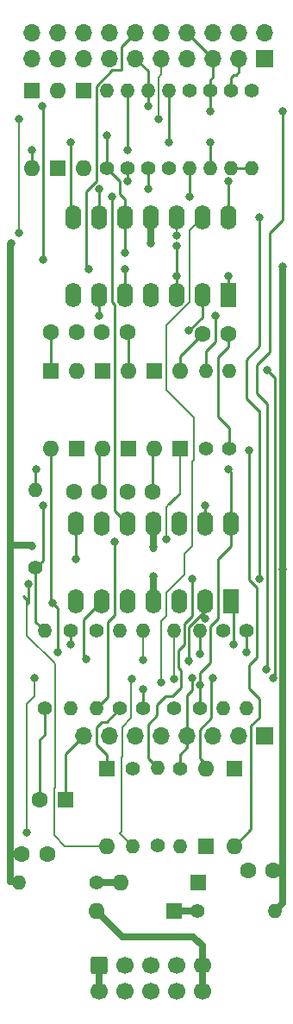
<source format=gtl>
%TF.GenerationSoftware,KiCad,Pcbnew,(6.0.1)*%
%TF.CreationDate,2022-10-31T21:26:11-04:00*%
%TF.ProjectId,ER-VCF-01-DB,45522d56-4346-42d3-9031-2d44422e6b69,rev?*%
%TF.SameCoordinates,Original*%
%TF.FileFunction,Copper,L1,Top*%
%TF.FilePolarity,Positive*%
%FSLAX46Y46*%
G04 Gerber Fmt 4.6, Leading zero omitted, Abs format (unit mm)*
G04 Created by KiCad (PCBNEW (6.0.1)) date 2022-10-31 21:26:11*
%MOMM*%
%LPD*%
G01*
G04 APERTURE LIST*
G04 Aperture macros list*
%AMRoundRect*
0 Rectangle with rounded corners*
0 $1 Rounding radius*
0 $2 $3 $4 $5 $6 $7 $8 $9 X,Y pos of 4 corners*
0 Add a 4 corners polygon primitive as box body*
4,1,4,$2,$3,$4,$5,$6,$7,$8,$9,$2,$3,0*
0 Add four circle primitives for the rounded corners*
1,1,$1+$1,$2,$3*
1,1,$1+$1,$4,$5*
1,1,$1+$1,$6,$7*
1,1,$1+$1,$8,$9*
0 Add four rect primitives between the rounded corners*
20,1,$1+$1,$2,$3,$4,$5,0*
20,1,$1+$1,$4,$5,$6,$7,0*
20,1,$1+$1,$6,$7,$8,$9,0*
20,1,$1+$1,$8,$9,$2,$3,0*%
G04 Aperture macros list end*
%TA.AperFunction,ComponentPad*%
%ADD10C,1.400000*%
%TD*%
%TA.AperFunction,ComponentPad*%
%ADD11O,1.400000X1.400000*%
%TD*%
%TA.AperFunction,ComponentPad*%
%ADD12R,1.600000X1.600000*%
%TD*%
%TA.AperFunction,ComponentPad*%
%ADD13O,1.600000X1.600000*%
%TD*%
%TA.AperFunction,ComponentPad*%
%ADD14C,1.600000*%
%TD*%
%TA.AperFunction,ComponentPad*%
%ADD15RoundRect,0.250000X-0.600000X0.600000X-0.600000X-0.600000X0.600000X-0.600000X0.600000X0.600000X0*%
%TD*%
%TA.AperFunction,ComponentPad*%
%ADD16C,1.700000*%
%TD*%
%TA.AperFunction,ComponentPad*%
%ADD17R,1.700000X1.700000*%
%TD*%
%TA.AperFunction,ComponentPad*%
%ADD18O,1.700000X1.700000*%
%TD*%
%TA.AperFunction,ComponentPad*%
%ADD19R,1.600000X2.400000*%
%TD*%
%TA.AperFunction,ComponentPad*%
%ADD20O,1.600000X2.400000*%
%TD*%
%TA.AperFunction,ViaPad*%
%ADD21C,0.800000*%
%TD*%
%TA.AperFunction,Conductor*%
%ADD22C,0.635000*%
%TD*%
%TA.AperFunction,Conductor*%
%ADD23C,0.254000*%
%TD*%
%TA.AperFunction,Conductor*%
%ADD24C,0.203200*%
%TD*%
G04 APERTURE END LIST*
D10*
%TO.P,R25,1*%
%TO.N,Net-(D14-Pad2)*%
X44958000Y-117856000D03*
D11*
%TO.P,R25,2*%
%TO.N,-12V*%
X37338000Y-117856000D03*
%TD*%
D12*
%TO.P,D14,1,K*%
%TO.N,Net-(J1-Pad1)*%
X54991000Y-117856000D03*
D13*
%TO.P,D14,2,A*%
%TO.N,Net-(D14-Pad2)*%
X47371000Y-117856000D03*
%TD*%
D14*
%TO.P,C6,1*%
%TO.N,GND*%
X40112000Y-115062000D03*
%TO.P,C6,2*%
%TO.N,-12V*%
X37612000Y-115062000D03*
%TD*%
%TO.P,C5,1*%
%TO.N,+12V*%
X62337000Y-116713000D03*
%TO.P,C5,2*%
%TO.N,GND*%
X59837000Y-116713000D03*
%TD*%
D10*
%TO.P,R24,1*%
%TO.N,Net-(D13-Pad1)*%
X54864000Y-120650000D03*
D11*
%TO.P,R24,2*%
%TO.N,+12V*%
X62484000Y-120650000D03*
%TD*%
D12*
%TO.P,D13,1,K*%
%TO.N,Net-(D13-Pad1)*%
X52578000Y-120650000D03*
D13*
%TO.P,D13,2,A*%
%TO.N,Net-(J1-Pad10)*%
X44958000Y-120650000D03*
%TD*%
D10*
%TO.P,R13,1*%
%TO.N,Net-(R14-Pad2)*%
X57404000Y-93190000D03*
D11*
%TO.P,R13,2*%
%TO.N,Net-(R13-Pad2)*%
X57404000Y-100810000D03*
%TD*%
D15*
%TO.P,J1,1,Pin_1*%
%TO.N,Net-(J1-Pad1)*%
X45212000Y-125984000D03*
D16*
%TO.P,J1,2,Pin_2*%
X45212000Y-128524000D03*
%TO.P,J1,3,Pin_3*%
%TO.N,GND*%
X47752000Y-125984000D03*
%TO.P,J1,4,Pin_4*%
X47752000Y-128524000D03*
%TO.P,J1,5,Pin_5*%
X50292000Y-125984000D03*
%TO.P,J1,6,Pin_6*%
X50292000Y-128524000D03*
%TO.P,J1,7,Pin_7*%
X52832000Y-125984000D03*
%TO.P,J1,8,Pin_8*%
X52832000Y-128524000D03*
%TO.P,J1,9,Pin_9*%
%TO.N,Net-(J1-Pad10)*%
X55372000Y-125984000D03*
%TO.P,J1,10,Pin_10*%
X55372000Y-128524000D03*
%TD*%
D10*
%TO.P,R12,1*%
%TO.N,Net-(D9-Pad2)*%
X59690000Y-93190000D03*
D11*
%TO.P,R12,2*%
%TO.N,Net-(R13-Pad2)*%
X59690000Y-100810000D03*
%TD*%
D14*
%TO.P,C11,1*%
%TO.N,Net-(C11-Pad1)*%
X42993996Y-63880009D03*
%TO.P,C11,2*%
%TO.N,Net-(C11-Pad2)*%
X40493996Y-63880009D03*
%TD*%
D10*
%TO.P,R15,1*%
%TO.N,GND*%
X52578000Y-100810000D03*
D11*
%TO.P,R15,2*%
%TO.N,Net-(R23-Pad2)*%
X52578000Y-93190000D03*
%TD*%
D17*
%TO.P,J2,1,Pin_1*%
%TO.N,GND*%
X61500004Y-37000002D03*
D18*
%TO.P,J2,2,Pin_2*%
%TO.N,/POT6-1*%
X61500004Y-34460002D03*
%TO.P,J2,3,Pin_3*%
%TO.N,/POT6-2*%
X58960004Y-37000002D03*
%TO.P,J2,4,Pin_4*%
%TO.N,/POT6-3*%
X58960004Y-34460002D03*
%TO.P,J2,5,Pin_5*%
%TO.N,/J2-T*%
X56420004Y-37000002D03*
%TO.P,J2,6,Pin_6*%
%TO.N,/POT4-2*%
X56420004Y-34460002D03*
%TO.P,J2,7,Pin_7*%
%TO.N,GND*%
X53880004Y-37000002D03*
%TO.P,J2,8,Pin_8*%
%TO.N,/J2-T*%
X53880004Y-34460002D03*
%TO.P,J2,9,Pin_9*%
%TO.N,/POT2-2*%
X51340004Y-37000002D03*
%TO.P,J2,10,Pin_10*%
%TO.N,GND*%
X51340004Y-34460002D03*
%TO.P,J2,11,Pin_11*%
%TO.N,/POT5-1*%
X48800004Y-37000002D03*
%TO.P,J2,12,Pin_12*%
%TO.N,/POT5-2*%
X48800004Y-34460002D03*
%TO.P,J2,13,Pin_13*%
%TO.N,/POT5-3*%
X46260004Y-37000002D03*
%TO.P,J2,14,Pin_14*%
%TO.N,/POT3-1*%
X46260004Y-34460002D03*
%TO.P,J2,15,Pin_15*%
%TO.N,/POT3-2*%
X43720004Y-37000002D03*
%TO.P,J2,16,Pin_16*%
%TO.N,/POT3-3*%
X43720004Y-34460002D03*
%TO.P,J2,17,Pin_17*%
%TO.N,/POT1-1*%
X41180004Y-37000002D03*
%TO.P,J2,18,Pin_18*%
%TO.N,/POT1-2*%
X41180004Y-34460002D03*
%TO.P,J2,19,Pin_19*%
%TO.N,/POT1-3*%
X38640004Y-37000002D03*
%TO.P,J2,20,Pin_20*%
%TO.N,GND*%
X38640004Y-34460002D03*
%TD*%
D12*
%TO.P,D1,1,K*%
%TO.N,Net-(D1-Pad1)*%
X43688000Y-40132000D03*
D13*
%TO.P,D1,2,A*%
%TO.N,Net-(D2-Pad1)*%
X43688000Y-47752000D03*
%TD*%
D10*
%TO.P,R11,1*%
%TO.N,Net-(R20-Pad2)*%
X39000000Y-87000000D03*
D11*
%TO.P,R11,2*%
%TO.N,/AUDIO*%
X39000000Y-79380000D03*
%TD*%
D10*
%TO.P,R4,1*%
%TO.N,/POT4-2*%
X54102000Y-40132000D03*
D11*
%TO.P,R4,2*%
%TO.N,Net-(D3-Pad2)*%
X54102000Y-47752000D03*
%TD*%
D10*
%TO.P,R21,1*%
%TO.N,/J2-T*%
X53158000Y-106690000D03*
D11*
%TO.P,R21,2*%
%TO.N,Net-(R21-Pad2)*%
X53158000Y-114310000D03*
%TD*%
D10*
%TO.P,R3,1*%
%TO.N,/J2-T*%
X56134000Y-40132000D03*
D11*
%TO.P,R3,2*%
%TO.N,Net-(R5-Pad2)*%
X56134000Y-47752000D03*
%TD*%
D10*
%TO.P,R1,1*%
%TO.N,GND*%
X60198000Y-40132000D03*
D11*
%TO.P,R1,2*%
%TO.N,Net-(D3-Pad2)*%
X60198000Y-47752000D03*
%TD*%
D12*
%TO.P,D3,1,K*%
%TO.N,Net-(D3-Pad1)*%
X38608000Y-40132000D03*
D13*
%TO.P,D3,2,A*%
%TO.N,Net-(D3-Pad2)*%
X38608000Y-47752000D03*
%TD*%
D12*
%TO.P,D9,1,K*%
%TO.N,Net-(C11-Pad2)*%
X40474000Y-67690000D03*
D13*
%TO.P,D9,2,A*%
%TO.N,Net-(D9-Pad2)*%
X40474000Y-75310000D03*
%TD*%
D12*
%TO.P,D7,1,K*%
%TO.N,Net-(C3-Pad1)*%
X45554000Y-67690000D03*
D13*
%TO.P,D7,2,A*%
%TO.N,Net-(C2-Pad1)*%
X45554000Y-75310000D03*
%TD*%
D10*
%TO.P,R5,1*%
%TO.N,Net-(R6-Pad1)*%
X52070000Y-47752000D03*
D11*
%TO.P,R5,2*%
%TO.N,Net-(R5-Pad2)*%
X52070000Y-40132000D03*
%TD*%
D10*
%TO.P,R22,1*%
%TO.N,Net-(R21-Pad2)*%
X51000000Y-114244000D03*
D11*
%TO.P,R22,2*%
%TO.N,Net-(R22-Pad2)*%
X51000000Y-106624000D03*
%TD*%
D14*
%TO.P,C12,1*%
%TO.N,Net-(C11-Pad1)*%
X57892010Y-64008000D03*
%TO.P,C12,2*%
%TO.N,Net-(C12-Pad2)*%
X55392010Y-64008000D03*
%TD*%
D10*
%TO.P,R14,1*%
%TO.N,/AUDIO*%
X55118000Y-100810000D03*
D11*
%TO.P,R14,2*%
%TO.N,Net-(R14-Pad2)*%
X55118000Y-93190000D03*
%TD*%
D12*
%TO.P,D10,1,K*%
%TO.N,Net-(D10-Pad1)*%
X58500000Y-106690000D03*
D13*
%TO.P,D10,2,A*%
%TO.N,Net-(C11-Pad1)*%
X58500000Y-114310000D03*
%TD*%
D10*
%TO.P,R18,1*%
%TO.N,Net-(R16-Pad2)*%
X44958000Y-93190000D03*
D11*
%TO.P,R18,2*%
%TO.N,Net-(D4-Pad1)*%
X44958000Y-100810000D03*
%TD*%
D12*
%TO.P,D8,1,K*%
%TO.N,Net-(C2-Pad1)*%
X43014000Y-75310000D03*
D13*
%TO.P,D8,2,A*%
%TO.N,Net-(C11-Pad2)*%
X43014000Y-67690000D03*
%TD*%
D12*
%TO.P,D11,1,K*%
%TO.N,Net-(C11-Pad1)*%
X55698000Y-114310000D03*
D13*
%TO.P,D11,2,A*%
%TO.N,Net-(D10-Pad1)*%
X55698000Y-106690000D03*
%TD*%
D10*
%TO.P,R6,1*%
%TO.N,Net-(R6-Pad1)*%
X50038000Y-47752000D03*
D11*
%TO.P,R6,2*%
%TO.N,/POT5-1*%
X50038000Y-40132000D03*
%TD*%
D14*
%TO.P,C4,1*%
%TO.N,Net-(C4-Pad1)*%
X50500001Y-79499993D03*
%TO.P,C4,2*%
%TO.N,GND*%
X48000001Y-79499993D03*
%TD*%
D10*
%TO.P,R7,1*%
%TO.N,Net-(R22-Pad2)*%
X48006000Y-47752000D03*
D11*
%TO.P,R7,2*%
%TO.N,Net-(D3-Pad2)*%
X48006000Y-40132000D03*
%TD*%
D14*
%TO.P,C3,1*%
%TO.N,Net-(C3-Pad1)*%
X48006000Y-63880009D03*
%TO.P,C3,2*%
%TO.N,GND*%
X45506000Y-63880009D03*
%TD*%
D12*
%TO.P,C1,1*%
%TO.N,/J1-T*%
X41910000Y-109728000D03*
D14*
%TO.P,C1,2*%
%TO.N,Net-(C1-Pad2)*%
X39410000Y-109728000D03*
%TD*%
D10*
%TO.P,R19,1*%
%TO.N,Net-(R19-Pad1)*%
X42418000Y-93190000D03*
D11*
%TO.P,R19,2*%
%TO.N,Net-(D4-Pad1)*%
X42418000Y-100810000D03*
%TD*%
D10*
%TO.P,R16,1*%
%TO.N,/AUDIO*%
X49530000Y-100810000D03*
D11*
%TO.P,R16,2*%
%TO.N,Net-(R16-Pad2)*%
X49530000Y-93190000D03*
%TD*%
D12*
%TO.P,D5,1,K*%
%TO.N,Net-(C12-Pad2)*%
X50634000Y-67690000D03*
D13*
%TO.P,D5,2,A*%
%TO.N,Net-(C4-Pad1)*%
X50634000Y-75310000D03*
%TD*%
D10*
%TO.P,R9,1*%
%TO.N,Net-(C11-Pad1)*%
X58000000Y-75310000D03*
D11*
%TO.P,R9,2*%
%TO.N,Net-(D10-Pad1)*%
X58000000Y-67690000D03*
%TD*%
D10*
%TO.P,R10,1*%
%TO.N,GND*%
X55714000Y-75310000D03*
D11*
%TO.P,R10,2*%
%TO.N,Net-(D10-Pad1)*%
X55714000Y-67690000D03*
%TD*%
D12*
%TO.P,D6,1,K*%
%TO.N,Net-(C4-Pad1)*%
X48094000Y-75310000D03*
D13*
%TO.P,D6,2,A*%
%TO.N,Net-(C3-Pad1)*%
X48094000Y-67690000D03*
%TD*%
D19*
%TO.P,U1,1*%
%TO.N,/POT5-1*%
X57912000Y-60198000D03*
D20*
%TO.P,U1,2,-*%
%TO.N,Net-(C3-Pad1)*%
X55372000Y-60198000D03*
%TO.P,U1,3,+*%
%TO.N,/POT5-1*%
X52832000Y-60198000D03*
%TO.P,U1,4,V+*%
%TO.N,+12V*%
X50292000Y-60198000D03*
%TO.P,U1,5,+*%
%TO.N,/POT5-2*%
X47752000Y-60198000D03*
%TO.P,U1,6,-*%
%TO.N,Net-(D10-Pad1)*%
X45212000Y-60198000D03*
%TO.P,U1,7*%
%TO.N,Net-(C11-Pad1)*%
X42672000Y-60198000D03*
%TO.P,U1,8*%
%TO.N,Net-(R5-Pad2)*%
X42672000Y-52578000D03*
%TO.P,U1,9,-*%
%TO.N,Net-(R6-Pad1)*%
X45212000Y-52578000D03*
%TO.P,U1,10,+*%
%TO.N,GND*%
X47752000Y-52578000D03*
%TO.P,U1,11,V-*%
%TO.N,-12V*%
X50292000Y-52578000D03*
%TO.P,U1,12,+*%
%TO.N,/POT2-2*%
X52832000Y-52578000D03*
%TO.P,U1,13,-*%
%TO.N,Net-(R21-Pad2)*%
X55372000Y-52578000D03*
%TO.P,U1,14*%
%TO.N,Net-(R22-Pad2)*%
X57912000Y-52578000D03*
%TD*%
D10*
%TO.P,R20,1*%
%TO.N,Net-(C1-Pad2)*%
X39878000Y-100810000D03*
D11*
%TO.P,R20,2*%
%TO.N,Net-(R20-Pad2)*%
X39878000Y-93190000D03*
%TD*%
D10*
%TO.P,R2,1*%
%TO.N,/POT6-2*%
X58166000Y-40132000D03*
D11*
%TO.P,R2,2*%
%TO.N,Net-(D3-Pad2)*%
X58166000Y-47752000D03*
%TD*%
D12*
%TO.P,D12,1,K*%
%TO.N,/CV*%
X46000000Y-106690000D03*
D13*
%TO.P,D12,2,A*%
%TO.N,Net-(D12-Pad2)*%
X46000000Y-114310000D03*
%TD*%
D10*
%TO.P,R8,1*%
%TO.N,GND*%
X45974000Y-47752000D03*
D11*
%TO.P,R8,2*%
%TO.N,Net-(D1-Pad1)*%
X45974000Y-40132000D03*
%TD*%
D14*
%TO.P,C2,1*%
%TO.N,Net-(C2-Pad1)*%
X45249998Y-79499993D03*
%TO.P,C2,2*%
%TO.N,GND*%
X42749998Y-79499993D03*
%TD*%
D10*
%TO.P,R23,1*%
%TO.N,/CV*%
X48500000Y-106690000D03*
D11*
%TO.P,R23,2*%
%TO.N,Net-(R23-Pad2)*%
X48500000Y-114310000D03*
%TD*%
D12*
%TO.P,D4,1,K*%
%TO.N,Net-(D4-Pad1)*%
X53174000Y-75310000D03*
D13*
%TO.P,D4,2,A*%
%TO.N,Net-(C12-Pad2)*%
X53174000Y-67690000D03*
%TD*%
D12*
%TO.P,D2,1,K*%
%TO.N,Net-(D2-Pad1)*%
X41148000Y-47752000D03*
D13*
%TO.P,D2,2,A*%
%TO.N,Net-(D3-Pad1)*%
X41148000Y-40132000D03*
%TD*%
D17*
%TO.P,J3,1,Pin_1*%
%TO.N,/J4-S*%
X61500004Y-103499996D03*
D18*
%TO.P,J3,2,Pin_2*%
%TO.N,/J4-T*%
X58960004Y-103499996D03*
%TO.P,J3,3,Pin_3*%
%TO.N,GND*%
X56420004Y-103499996D03*
%TO.P,J3,4,Pin_4*%
%TO.N,/J2-T*%
X53880004Y-103499996D03*
%TO.P,J3,5,Pin_5*%
%TO.N,GND*%
X51340004Y-103499996D03*
%TO.P,J3,6,Pin_6*%
%TO.N,/J3-T*%
X48800004Y-103499996D03*
%TO.P,J3,7,Pin_7*%
%TO.N,GND*%
X46260004Y-103499996D03*
%TO.P,J3,8,Pin_8*%
%TO.N,/J1-T*%
X43720004Y-103499996D03*
%TD*%
D10*
%TO.P,R17,1*%
%TO.N,/CV*%
X47244000Y-100810000D03*
D11*
%TO.P,R17,2*%
%TO.N,Net-(R16-Pad2)*%
X47244000Y-93190000D03*
%TD*%
D19*
%TO.P,U2,1*%
%TO.N,Net-(R19-Pad1)*%
X58166000Y-90299997D03*
D20*
%TO.P,U2,2,-*%
%TO.N,Net-(R16-Pad2)*%
X55626000Y-90299997D03*
%TO.P,U2,3,+*%
%TO.N,GND*%
X53086000Y-90299997D03*
%TO.P,U2,4,V+*%
%TO.N,+12V*%
X50546000Y-90299997D03*
%TO.P,U2,5,+*%
%TO.N,Net-(R23-Pad2)*%
X48006000Y-90299997D03*
%TO.P,U2,6,-*%
%TO.N,Net-(R14-Pad2)*%
X45466000Y-90299997D03*
%TO.P,U2,7*%
%TO.N,Net-(D9-Pad2)*%
X42926000Y-90299997D03*
%TO.P,U2,8*%
%TO.N,Net-(D12-Pad2)*%
X42926000Y-82679997D03*
%TO.P,U2,9,-*%
X45466000Y-82679997D03*
%TO.P,U2,10,+*%
%TO.N,Net-(D3-Pad2)*%
X48006000Y-82679997D03*
%TO.P,U2,11,V-*%
%TO.N,-12V*%
X50546000Y-82679997D03*
%TO.P,U2,12,+*%
%TO.N,GND*%
X53086000Y-82679997D03*
%TO.P,U2,13,-*%
%TO.N,Net-(R20-Pad2)*%
X55626000Y-82679997D03*
%TO.P,U2,14*%
%TO.N,/AUDIO*%
X58166000Y-82679997D03*
%TD*%
D21*
%TO.N,GND*%
X45974000Y-44521000D03*
X47752000Y-56035000D03*
%TO.N,Net-(C3-Pad1)*%
X54018872Y-63737632D03*
%TO.N,Net-(C11-Pad1)*%
X59944000Y-75438000D03*
%TO.N,Net-(D3-Pad2)*%
X54102000Y-50546000D03*
X48006000Y-45974000D03*
X38608000Y-45974000D03*
X46482000Y-50546000D03*
%TO.N,Net-(D12-Pad2)*%
X38273500Y-88595200D03*
X42926000Y-86106000D03*
%TO.N,Net-(D9-Pad2)*%
X40640000Y-90424000D03*
X41148000Y-95250000D03*
X59690000Y-95250000D03*
%TO.N,Net-(D4-Pad1)*%
X46736000Y-84427000D03*
X51816000Y-84226400D03*
%TO.N,Net-(D10-Pad1)*%
X61722000Y-67564000D03*
X62329000Y-97790000D03*
X56404225Y-97806225D03*
X45212000Y-62230000D03*
X56642000Y-62230000D03*
%TO.N,-12V*%
X50292000Y-55118000D03*
X38658800Y-84886800D03*
X50546000Y-84952900D03*
X36576000Y-55118000D03*
%TO.N,+12V*%
X63246000Y-57404000D03*
X50546000Y-87833200D03*
X63246000Y-87122000D03*
%TO.N,/J2-T*%
X56134000Y-42164000D03*
X54356000Y-97790000D03*
X61663931Y-96989619D03*
X63246000Y-42164000D03*
%TO.N,/POT2-2*%
X52832000Y-54356000D03*
X51054000Y-42926000D03*
X37338000Y-42926000D03*
X37338000Y-54102000D03*
%TO.N,/POT5-1*%
X52832000Y-58321000D03*
X39624000Y-41656000D03*
X57912000Y-58321000D03*
X50038000Y-41656000D03*
X52832000Y-55422800D03*
X39758489Y-56761511D03*
%TO.N,/POT5-2*%
X47752000Y-57658000D03*
X44196000Y-57658000D03*
%TO.N,Net-(R21-Pad2)*%
X38118111Y-113011889D03*
X51308000Y-98237100D03*
X38912800Y-97790000D03*
%TO.N,Net-(R20-Pad2)*%
X39725600Y-80924400D03*
X55626000Y-80924400D03*
%TO.N,Net-(R22-Pad2)*%
X54356000Y-88039000D03*
X48006000Y-49022000D03*
X60960000Y-88039000D03*
X57911147Y-49026267D03*
X60995500Y-52578000D03*
%TO.N,/AUDIO*%
X55113722Y-98516500D03*
X39014400Y-77368400D03*
X49530000Y-98938200D03*
X57912000Y-77368400D03*
%TO.N,Net-(R14-Pad2)*%
X43942000Y-95976500D03*
X55118000Y-95464820D03*
%TO.N,Net-(R23-Pad2)*%
X52578000Y-97942400D03*
X48477586Y-97901700D03*
%TO.N,Net-(R16-Pad2)*%
X49530000Y-96062800D03*
X55626000Y-91948000D03*
X54051200Y-96113600D03*
%TO.N,Net-(R19-Pad1)*%
X58420000Y-94488000D03*
X42418000Y-94488000D03*
%TO.N,Net-(R6-Pad1)*%
X45212000Y-49784000D03*
X50038000Y-49784000D03*
%TO.N,Net-(R5-Pad2)*%
X56134000Y-45212000D03*
X42418000Y-45247500D03*
X52070000Y-45247500D03*
%TD*%
D22*
%TO.N,Net-(D14-Pad2)*%
X44958000Y-117856000D02*
X47371000Y-117856000D01*
%TO.N,Net-(J1-Pad1)*%
X45212000Y-128524000D02*
X45212000Y-125984000D01*
%TO.N,-12V*%
X37262000Y-117780000D02*
X36500000Y-117780000D01*
X37338000Y-117856000D02*
X37262000Y-117780000D01*
X36500000Y-117780000D02*
X36500000Y-116510000D01*
X37612000Y-115062000D02*
X36576000Y-115062000D01*
X36500000Y-115138000D02*
X36500000Y-84810800D01*
X36500000Y-116510000D02*
X36500000Y-115138000D01*
X36576000Y-115062000D02*
X36500000Y-115138000D01*
%TO.N,+12V*%
X62464000Y-116840000D02*
X62337000Y-116713000D01*
X63246000Y-116840000D02*
X63246000Y-119888000D01*
X63246000Y-87122000D02*
X63246000Y-116840000D01*
X63246000Y-116840000D02*
X62464000Y-116840000D01*
%TO.N,Net-(J1-Pad10)*%
X54483000Y-123190000D02*
X55372000Y-124079000D01*
X55372000Y-124079000D02*
X55372000Y-125984000D01*
X47498000Y-123190000D02*
X54483000Y-123190000D01*
X44958000Y-120650000D02*
X47498000Y-123190000D01*
%TO.N,Net-(D13-Pad1)*%
X52578000Y-120650000D02*
X54864000Y-120650000D01*
%TO.N,+12V*%
X63246000Y-119888000D02*
X62484000Y-120650000D01*
D23*
%TO.N,/J1-T*%
X41910000Y-105310000D02*
X41910000Y-109728000D01*
X43720000Y-103500000D02*
X41910000Y-105310000D01*
%TO.N,Net-(C1-Pad2)*%
X39410000Y-103846000D02*
X39878000Y-103378000D01*
X39410000Y-109728000D02*
X39410000Y-103846000D01*
X39878000Y-103378000D02*
X39878000Y-100810000D01*
%TO.N,Net-(C2-Pad1)*%
X45249998Y-79499993D02*
X45249998Y-75614002D01*
%TO.N,GND*%
X47752000Y-52578000D02*
X47752000Y-56035000D01*
X47244000Y-49022000D02*
X47244000Y-50292000D01*
X45974000Y-47752000D02*
X45974000Y-44521000D01*
X45974000Y-47752000D02*
X47244000Y-49022000D01*
X47752000Y-50800000D02*
X47244000Y-50292000D01*
X47752000Y-52578000D02*
X47752000Y-50800000D01*
%TO.N,Net-(C3-Pad1)*%
X55372000Y-62384504D02*
X55372000Y-60198000D01*
X48094000Y-67690000D02*
X48094000Y-63968009D01*
X54018872Y-63737632D02*
X55372000Y-62384504D01*
%TO.N,Net-(C4-Pad1)*%
X50500001Y-79499993D02*
X50500001Y-75443999D01*
%TO.N,Net-(C11-Pad1)*%
X59944000Y-88138000D02*
X59944000Y-75438000D01*
X56896000Y-66294000D02*
X57892010Y-65297990D01*
X58000000Y-73240000D02*
X56896000Y-72136000D01*
X60960000Y-99822000D02*
X59944000Y-98806000D01*
X60960000Y-101686978D02*
X60960000Y-99822000D01*
X60716511Y-88910511D02*
X59944000Y-88138000D01*
X59944000Y-96520000D02*
X60716511Y-95747489D01*
X60716511Y-95747489D02*
X60716511Y-88910511D01*
X58500000Y-114310000D02*
X60136511Y-112673489D01*
X58000000Y-75310000D02*
X58000000Y-73240000D01*
X57892010Y-65297990D02*
X57892010Y-64008000D01*
X60136511Y-112673489D02*
X60136511Y-102510467D01*
X59944000Y-98806000D02*
X59944000Y-96520000D01*
X56896000Y-72136000D02*
X56896000Y-66294000D01*
X60136511Y-102510467D02*
X60960000Y-101686978D01*
%TO.N,Net-(C11-Pad2)*%
X40474000Y-67690000D02*
X40474000Y-63900005D01*
%TO.N,Net-(C12-Pad2)*%
X53174000Y-66226010D02*
X55392010Y-64008000D01*
X53174000Y-67690000D02*
X53174000Y-66226010D01*
%TO.N,Net-(D3-Pad2)*%
X38608000Y-45974000D02*
X38608000Y-47752000D01*
X46736000Y-61175139D02*
X46482000Y-60921139D01*
X48006000Y-45974000D02*
X48006000Y-40132000D01*
X60198000Y-47752000D02*
X58166000Y-47752000D01*
X46482000Y-60921139D02*
X46482000Y-50546000D01*
X46736000Y-81409997D02*
X46736000Y-61175139D01*
X48006000Y-82679997D02*
X46736000Y-81409997D01*
X54102000Y-50546000D02*
X54102000Y-47752000D01*
%TO.N,/CV*%
X44958000Y-104343200D02*
X46000000Y-105385200D01*
X46000000Y-105385200D02*
X46000000Y-106690000D01*
X44958000Y-102616000D02*
X44958000Y-104343200D01*
X45960000Y-102094000D02*
X45480000Y-102094000D01*
X45480000Y-102094000D02*
X44958000Y-102616000D01*
X47244000Y-100810000D02*
X45960000Y-102094000D01*
D24*
%TO.N,Net-(D12-Pad2)*%
X41869200Y-114310000D02*
X46000000Y-114310000D01*
X38150800Y-93675200D02*
X40879111Y-96403511D01*
X40879111Y-96403511D02*
X40879111Y-108556667D01*
X40879111Y-108556667D02*
X40792400Y-108643378D01*
X38150800Y-90576400D02*
X38150800Y-93675200D01*
D23*
X38273500Y-88595200D02*
X38273500Y-90453700D01*
D24*
X40792400Y-113233200D02*
X41869200Y-114310000D01*
X38201600Y-90170000D02*
X37769800Y-89738200D01*
X40792400Y-108643378D02*
X40792400Y-113233200D01*
D23*
X37779889Y-89748289D02*
X38150800Y-90119200D01*
X42926000Y-82679997D02*
X42926000Y-86106000D01*
D24*
X38150800Y-90119200D02*
X38201600Y-90170000D01*
D23*
X38273500Y-90453700D02*
X38150800Y-90576400D01*
D24*
X38150800Y-90119200D02*
X38150800Y-90576400D01*
D23*
%TO.N,Net-(D9-Pad2)*%
X41148000Y-90932000D02*
X41148000Y-95250000D01*
X40474000Y-90258000D02*
X40640000Y-90424000D01*
X40640000Y-90424000D02*
X41148000Y-90932000D01*
X59690000Y-93190000D02*
X59690000Y-95250000D01*
X40474000Y-75310000D02*
X40474000Y-90258000D01*
%TO.N,Net-(D4-Pad1)*%
X46736000Y-91672978D02*
X46075600Y-92333378D01*
X52451000Y-80391000D02*
X53086000Y-79756000D01*
D24*
X53174000Y-79668000D02*
X52451000Y-80391000D01*
D23*
X46075600Y-99692400D02*
X44958000Y-100810000D01*
D24*
X53174000Y-75310000D02*
X53174000Y-79668000D01*
D23*
X52095400Y-80746600D02*
X52451000Y-80391000D01*
D24*
X51816000Y-81026000D02*
X52095400Y-80746600D01*
D23*
X46075600Y-92333378D02*
X46075600Y-99692400D01*
D24*
X51816000Y-84226400D02*
X51816000Y-81026000D01*
D23*
X46736000Y-84427000D02*
X46736000Y-91672978D01*
%TO.N,Net-(D10-Pad1)*%
X55714000Y-67690000D02*
X55714000Y-65698000D01*
X56642000Y-62230000D02*
X56642000Y-64770000D01*
X55118000Y-105664000D02*
X55118000Y-102870000D01*
X55698000Y-106244000D02*
X55118000Y-105664000D01*
X62484000Y-68326000D02*
X61722000Y-67564000D01*
X62484000Y-97635000D02*
X62484000Y-68326000D01*
X45212000Y-60198000D02*
X45212000Y-62230000D01*
X62329000Y-97790000D02*
X62484000Y-97635000D01*
X56235600Y-101752400D02*
X56235600Y-97974850D01*
X56235600Y-97974850D02*
X56404225Y-97806225D01*
X55714000Y-65698000D02*
X56642000Y-64770000D01*
X55118000Y-102870000D02*
X56235600Y-101752400D01*
D22*
%TO.N,-12V*%
X50546000Y-82679997D02*
X50546000Y-85090000D01*
X36500000Y-84810800D02*
X36500000Y-55194000D01*
X50292000Y-55118000D02*
X50292000Y-52578000D01*
X38582800Y-84810800D02*
X38658800Y-84886800D01*
X36500000Y-84810800D02*
X38582800Y-84810800D01*
X36500000Y-55194000D02*
X36576000Y-55118000D01*
%TO.N,+12V*%
X50546000Y-87833200D02*
X50546000Y-90299997D01*
X63246000Y-87122000D02*
X63246000Y-57404000D01*
%TO.N,Net-(J1-Pad10)*%
X55372000Y-128533500D02*
X55372000Y-125993500D01*
D23*
%TO.N,/POT6-2*%
X58960004Y-37000002D02*
X58960004Y-38321996D01*
X58420000Y-38608000D02*
X58166000Y-38862000D01*
X58960004Y-38321996D02*
X58674000Y-38608000D01*
X58166000Y-40132000D02*
X58166000Y-38862000D01*
X58674000Y-38608000D02*
X58420000Y-38608000D01*
%TO.N,/J2-T*%
X53880000Y-99485200D02*
X54356000Y-99009200D01*
X61722000Y-70866000D02*
X61722000Y-96931550D01*
X53158000Y-106690000D02*
X53158000Y-105338000D01*
X53158000Y-105338000D02*
X53880000Y-104616000D01*
X56134000Y-40132000D02*
X56134000Y-42164000D01*
X56134000Y-39116000D02*
X56420004Y-38829996D01*
X53880004Y-34460002D02*
X56420004Y-37000002D01*
X61976000Y-54102000D02*
X61976000Y-65786000D01*
X60706000Y-69850000D02*
X61722000Y-70866000D01*
X63246000Y-42164000D02*
X63246000Y-52832000D01*
X61722000Y-96931550D02*
X61663931Y-96989619D01*
X60706000Y-67056000D02*
X60706000Y-69850000D01*
X56134000Y-40132000D02*
X56134000Y-39116000D01*
X54356000Y-99009200D02*
X54356000Y-97790000D01*
X61976000Y-65786000D02*
X60706000Y-67056000D01*
X53880000Y-104616000D02*
X53880000Y-99485200D01*
X63246000Y-52832000D02*
X61976000Y-54102000D01*
X56420004Y-38829996D02*
X56420004Y-37000002D01*
D24*
%TO.N,/POT2-2*%
X51054000Y-42926000D02*
X51054000Y-38862000D01*
X51340004Y-38575996D02*
X51054000Y-38862000D01*
X51340004Y-37000002D02*
X51340004Y-38575996D01*
X37338000Y-54102000D02*
X37338000Y-42926000D01*
X52832000Y-52578000D02*
X52832000Y-54356000D01*
D23*
%TO.N,/POT5-1*%
X52832000Y-58321000D02*
X52832000Y-55422800D01*
X57912000Y-58321000D02*
X57912000Y-60198000D01*
X50038000Y-40132000D02*
X50038000Y-41656000D01*
X39734511Y-41766511D02*
X39734511Y-56737533D01*
X50038000Y-38237998D02*
X50038000Y-40132000D01*
X52832000Y-60198000D02*
X52832000Y-58321000D01*
X48800004Y-37000002D02*
X50038000Y-38237998D01*
X39624000Y-41656000D02*
X39734511Y-41766511D01*
X39734511Y-56737533D02*
X39758489Y-56761511D01*
%TO.N,/POT5-2*%
X44947489Y-39706804D02*
X44947489Y-49021068D01*
X44947489Y-49021068D02*
X43942000Y-50026557D01*
X47436515Y-38161485D02*
X46492808Y-38161485D01*
X48800004Y-34460002D02*
X47436515Y-35823491D01*
X43942000Y-50026557D02*
X43942000Y-57404000D01*
X47752000Y-60198000D02*
X47752000Y-57658000D01*
X46492808Y-38161485D02*
X44947489Y-39706804D01*
X47436515Y-35823491D02*
X47436515Y-38161485D01*
X43942000Y-57404000D02*
X44196000Y-57658000D01*
D24*
%TO.N,Net-(R21-Pad2)*%
X54508400Y-76403200D02*
X54508400Y-72237600D01*
X54102000Y-60885218D02*
X54102000Y-53848000D01*
X53594000Y-85598000D02*
X54356000Y-84836000D01*
X51816000Y-63171218D02*
X54102000Y-60885218D01*
X51308000Y-92202000D02*
X51816000Y-91694000D01*
X54102000Y-53848000D02*
X55372000Y-52578000D01*
X51816000Y-69545200D02*
X51816000Y-63171218D01*
X54356000Y-84836000D02*
X54356000Y-76555600D01*
X51308000Y-98237100D02*
X51308000Y-92202000D01*
X51816000Y-91694000D02*
X51816000Y-89408000D01*
X54356000Y-76555600D02*
X54508400Y-76403200D01*
X38912800Y-99553422D02*
X38118111Y-100348111D01*
X38912800Y-97790000D02*
X38912800Y-99553422D01*
X38118111Y-100348111D02*
X38118111Y-113011889D01*
X53594000Y-87630000D02*
X53594000Y-85598000D01*
X51816000Y-89408000D02*
X53594000Y-87630000D01*
X54508400Y-72237600D02*
X51816000Y-69545200D01*
D23*
%TO.N,Net-(R20-Pad2)*%
X55626000Y-82679997D02*
X55626000Y-80924400D01*
X39000000Y-92312000D02*
X39878000Y-93190000D01*
X39725600Y-80924400D02*
X39725600Y-86274400D01*
X39725600Y-86274400D02*
X39000000Y-87000000D01*
X39000000Y-87000000D02*
X39000000Y-92312000D01*
%TO.N,Net-(R22-Pad2)*%
X60995500Y-52578000D02*
X60995500Y-65242500D01*
X59690000Y-66548000D02*
X60995500Y-65242500D01*
X50038000Y-102362000D02*
X50921278Y-101478722D01*
X48006000Y-47752000D02*
X48006000Y-49022000D01*
X51753756Y-99618800D02*
X52456222Y-99618800D01*
X50921278Y-100451278D02*
X51753756Y-99618800D01*
X51000000Y-106624000D02*
X50038000Y-105662000D01*
X53035200Y-96774000D02*
X53035200Y-95067822D01*
X54356000Y-91694000D02*
X54356000Y-88039000D01*
X52456222Y-99618800D02*
X53304511Y-98770511D01*
X53304511Y-98770511D02*
X53304511Y-97043311D01*
X53604511Y-92445489D02*
X54356000Y-91694000D01*
X60924500Y-71592500D02*
X59690000Y-70358000D01*
X53304511Y-97043311D02*
X53035200Y-96774000D01*
X53035200Y-95067822D02*
X53604511Y-94498511D01*
X59690000Y-70358000D02*
X59690000Y-66548000D01*
X53604511Y-94498511D02*
X53604511Y-92445489D01*
X57911147Y-49026267D02*
X57912000Y-49027120D01*
X60995500Y-71592500D02*
X60924500Y-71592500D01*
X50038000Y-105662000D02*
X50038000Y-102362000D01*
X50921278Y-101478722D02*
X50921278Y-100451278D01*
X60995500Y-71592500D02*
X60995500Y-88003500D01*
X60995500Y-88003500D02*
X60960000Y-88039000D01*
X57912000Y-49027120D02*
X57912000Y-52578000D01*
%TO.N,/AUDIO*%
X58166000Y-84836000D02*
X58166000Y-82679997D01*
X55118000Y-97282000D02*
X56123489Y-96276511D01*
X55118000Y-100810000D02*
X55118000Y-98907600D01*
X39000000Y-77382800D02*
X39014400Y-77368400D01*
X56144511Y-96276511D02*
X56144511Y-92699489D01*
X56896000Y-86106000D02*
X58166000Y-84836000D01*
X55118000Y-98907600D02*
X55118000Y-97282000D01*
X49530000Y-100810000D02*
X49530000Y-98938200D01*
X56123489Y-96276511D02*
X56144511Y-96276511D01*
X58166000Y-77622400D02*
X57912000Y-77368400D01*
X58166000Y-82679997D02*
X58166000Y-77622400D01*
X56144511Y-92699489D02*
X56896000Y-91948000D01*
X56896000Y-91948000D02*
X56896000Y-86106000D01*
X39000000Y-79380000D02*
X39000000Y-77382800D01*
%TO.N,Net-(R14-Pad2)*%
X43738800Y-95773300D02*
X43942000Y-95976500D01*
X45466000Y-90299997D02*
X43738800Y-92027197D01*
X55118000Y-95464820D02*
X55118000Y-93190000D01*
X43738800Y-92027197D02*
X43738800Y-95773300D01*
D24*
%TO.N,Net-(R23-Pad2)*%
X48361600Y-98017686D02*
X48477586Y-97901700D01*
X48500000Y-114310000D02*
X47244000Y-113054000D01*
X47498000Y-102616000D02*
X48361600Y-101752400D01*
X47244000Y-113054000D02*
X47411111Y-112886889D01*
X52578000Y-97942400D02*
X52578000Y-93190000D01*
X47411111Y-105577111D02*
X47498000Y-105490222D01*
X47498000Y-105490222D02*
X47498000Y-102616000D01*
X47411111Y-112886889D02*
X47411111Y-105577111D01*
X48361600Y-101752400D02*
X48361600Y-98017686D01*
D23*
%TO.N,Net-(R16-Pad2)*%
X55626000Y-91230293D02*
X54058031Y-92798262D01*
D24*
X49530000Y-96062800D02*
X49530000Y-93190000D01*
D23*
X54058031Y-92798262D02*
X54058031Y-96444970D01*
%TO.N,Net-(R19-Pad1)*%
X58430511Y-94477489D02*
X58420000Y-94488000D01*
X58430511Y-90564508D02*
X58430511Y-94477489D01*
X42418000Y-93190000D02*
X42418000Y-94488000D01*
%TO.N,Net-(R6-Pad1)*%
X45212000Y-52578000D02*
X45212000Y-49784000D01*
X50038000Y-49784000D02*
X50038000Y-47752000D01*
%TO.N,Net-(R5-Pad2)*%
X42418000Y-52324000D02*
X42418000Y-45247500D01*
X52070000Y-40132000D02*
X52070000Y-44958000D01*
X52070000Y-44958000D02*
X52070000Y-45247500D01*
X56134000Y-45212000D02*
X56134000Y-47752000D01*
%TD*%
M02*

</source>
